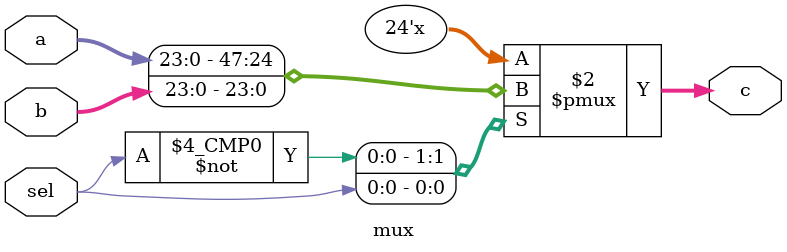
<source format=sv>
module mux (
    input logic [23:0] a,b, 
    input logic sel, 
    output logic [23:0] c
);

always_comb begin 
    case (sel) 
    1'b0: c = a; 
    1'b1: c = b;
    endcase
end
endmodule

</source>
